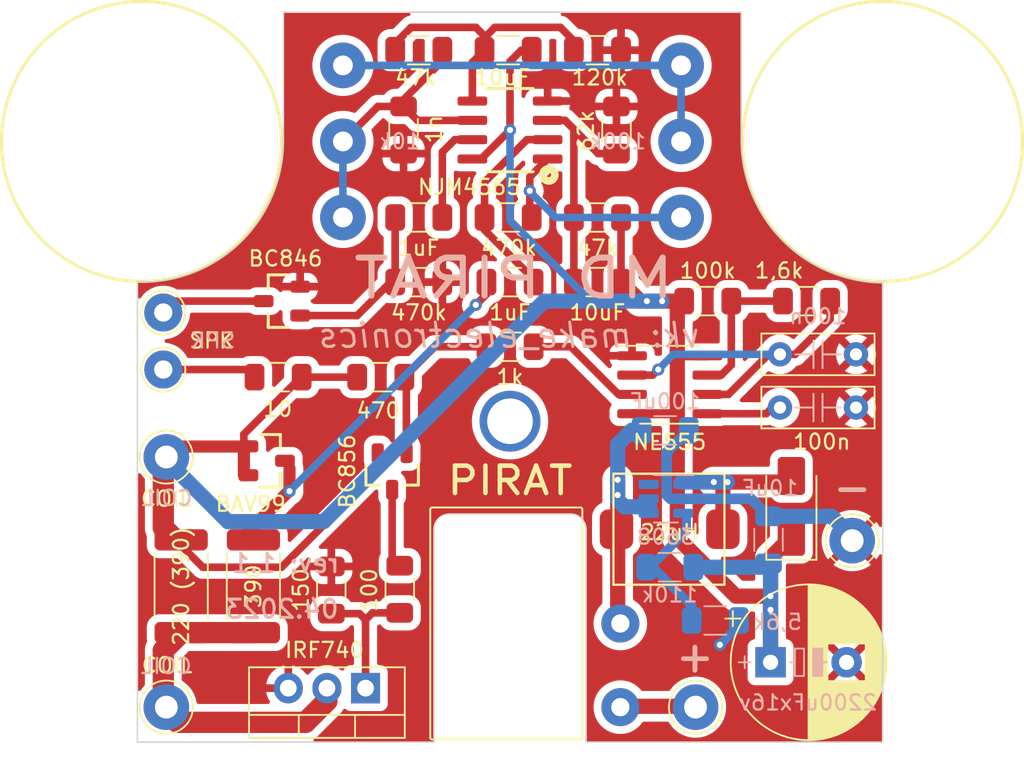
<source format=kicad_pcb>
(kicad_pcb (version 20221018) (generator pcbnew)
  (layers (0 "F.Cu" signal) (31 "B.Cu" signal) (34 "B.Paste" user) (35 "F.Paste" user) (36 "B.SilkS" user "B.Silkscreen") (37 "F.SilkS" user "F.Silkscreen") (38 "B.Mask" user) (39 "F.Mask" user) (44 "Edge.Cuts" user))
  (net 0 "")
  (net 1 "GND")
  (net 2 "+12V")
  (net 3 "Net-(U1-THR)")
  (net 4 "Net-(U1-CV)")
  (net 5 "Net-(U3A--)")
  (net 6 "Net-(D2-C)")
  (net 7 "Net-(U3A-+)")
  (net 8 "Net-(U3B--)")
  (net 9 "Net-(U3B-+)")
  (net 10 "Net-(Q3-B)")
  (net 11 "Net-(SW1-B)")
  (net 12 "Net-(D1-A)")
  (net 13 "Net-(J2-Pin_1)")
  (net 14 "Net-(C7-Pad2)")
  (net 15 "Net-(J4-Pin_1)")
  (net 16 "Net-(J5-Pin_1)")
  (net 17 "Net-(J6-Pin_1)")
  (net 19 "Net-(Q1-B)")
  (net 20 "Net-(Q1-C)")
  (net 21 "Net-(Q2-G)")
  (net 22 "Net-(R11-Pad2)")
  (net 23 "Net-(R12-Pad2)")
  (net 24 "Net-(U1-Q)")
  (net 25 "Net-(U1-DIS)")
  (net 26 "Net-(U2-FB)")
  (footprint "1_lib:R_1206" (layer "F.Cu") (at 130.75 113.5 180)
    (fp_text reference "R9" hide)
    (fp_text value "47k" (at 0 -2) (layer "F.SilkS"))
    (pad "1" smd roundrect (at -1.55 0 180) (size 1.3 1.75) (layers "F.Cu" "F.Paste" "F.Mask") (net 2 "+12V"))
    (pad "2" smd roundrect (at 1.55 0 180) (size 1.3 1.75) (layers "F.Cu" "F.Paste" "F.Mask") (net 7 "Net-(U3A-+)"))
  )
  (footprint "Capacitor_THT_AKL_Double:CP_Radial_D10.0mm_P5.00mm" (layer "F.Cu") (at 142.132323 142.75)
    (fp_text reference "C8" hide)
    (fp_text value "2200uFx16v" (at 2.467677 2.65) (layer "B.SilkS") (effects (justify mirror)))
    (pad "1" thru_hole rect (at 0 0) (size 2 2) (drill 1) (layers "*.Cu" "*.Mask") (net 2 "+12V"))
    (pad "2" thru_hole circle (at 5 0) (size 2 2) (drill 1) (layers "*.Cu" "*.Mask") (net 1 "GND"))
  )
  (footprint "Diode_SMD:D_SMA" (layer "F.Cu") (at 143.5 132.5 90)
    (fp_text reference "D1" hide)
    (fp_text value "SS34")
    (pad "1" smd roundrect (at -2 0 90) (size 2.5 1.8) (layers "F.Cu" "F.Paste" "F.Mask") (roundrect_rratio 0.1388888889) (net 2 "+12V"))
    (pad "2" smd roundrect (at 2 0 90) (size 2.5 1.8) (layers "F.Cu" "F.Paste" "F.Mask") (roundrect_rratio 0.1388888889) (net 12 "Net-(D1-A)"))
  )
  (footprint "Capacitor_THT_AKL_Double:C_Rect_L7.2mm_W2.5mm_P5.00mm_FKS2_FKP2_MKS2_MKP2" (layer "F.Cu") (at 147.75 122.5 180)
    (fp_text reference "C1" hide)
    (fp_text value "100n" (at 2.5 2.5 180) (layer "B.SilkS") (effects (justify mirror)))
    (pad "1" thru_hole circle (at 0 0 180) (size 1.6 1.6) (drill 0.8) (layers "*.Cu" "*.Mask") (net 1 "GND"))
    (pad "2" thru_hole circle (at 5 0 180) (size 1.6 1.6) (drill 0.8) (layers "*.Cu" "*.Mask") (net 3 "Net-(U1-THR)"))
  )
  (footprint "1_lib:R_1206" (layer "F.Cu") (at 138 119)
    (fp_text reference "R3" hide)
    (fp_text value "100k" (at 0 -2) (layer "F.SilkS"))
    (pad "1" smd roundrect (at -1.55 0) (size 1.3 1.75) (layers "F.Cu" "F.Paste" "F.Mask") (net 2 "+12V"))
    (pad "2" smd roundrect (at 1.55 0) (size 1.3 1.75) (layers "F.Cu" "F.Paste" "F.Mask") (net 25 "Net-(U1-DIS)"))
  )
  (footprint "1_lib:R_1206" (layer "F.Cu") (at 132 107.75 -90)
    (fp_text reference "R10" hide)
    (fp_text value "62k" (at 0.0508 2.0066 90) (layer "F.SilkS"))
    (pad "1" smd roundrect (at -1.55 0 270) (size 1.3 1.75) (layers "F.Cu" "F.Paste" "F.Mask") (net 1 "GND"))
    (pad "2" smd roundrect (at 1.55 0 270) (size 1.3 1.75) (layers "F.Cu" "F.Paste" "F.Mask") (net 7 "Net-(U3A-+)"))
  )
  (footprint "1_lib:R_1206" (layer "F.Cu") (at 119 117.75 180)
    (fp_text reference "R16" hide)
    (fp_text value "470k" (at 0 -2) (layer "F.SilkS"))
    (pad "1" smd roundrect (at -1.55 0 180) (size 1.3 1.75) (layers "F.Cu" "F.Paste" "F.Mask") (net 1 "GND"))
    (pad "2" smd roundrect (at 1.55 0 180) (size 1.3 1.75) (layers "F.Cu" "F.Paste" "F.Mask") (net 10 "Net-(Q3-B)"))
  )
  (footprint "TestPoint:TestPoint_THTPad_D3.0mm_Drill1.5mm" (layer "F.Cu") (at 102.4 145.7)
    (fp_text reference "J4" hide)
    (fp_text value "COIL" (at 0.05 -2.75) (layer "F.SilkS"))
    (fp_text user "${VALUE}" (at 0.05 -13.75 180) (layer "B.SilkS") (effects (justify mirror)))
    (pad "1" thru_hole circle (at 0 0) (size 3 3) (drill 1.5) (layers "*.Cu" "*.Mask") (net 15 "Net-(J4-Pin_1)"))
  )
  (footprint "1_lib:R_2512" (layer "F.Cu") (at 103.375 137.75 -90)
    (fp_text reference "R7" hide)
    (fp_text value "220 (390)" (at 0 0 90) (layer "F.SilkS"))
    (pad "1" smd roundrect (at -3.05 0 270) (size 1.4 3.5) (layers "F.Cu" "F.Paste" "F.Mask") (net 2 "+12V"))
    (pad "2" smd roundrect (at 3.05 0 270) (size 1.4 3.5) (layers "F.Cu" "F.Paste" "F.Mask") (net 15 "Net-(J4-Pin_1)"))
  )
  (footprint "1_lib:SOT-23" (layer "F.Cu") (at 110 119 180)
    (fp_text reference "Q3" hide)
    (fp_text value "BC846" (at -0.236 2.795 180) (layer "F.SilkS"))
    (pad "1" smd roundrect (at -1.2 -0.95 180) (size 1.3 0.8) (layers "F.Cu" "F.Paste" "F.Mask") (net 10 "Net-(Q3-B)"))
    (pad "2" smd roundrect (at -1.2 0.95 180) (size 1.3 0.8) (layers "F.Cu" "F.Paste" "F.Mask") (net 1 "GND"))
    (pad "3" smd roundrect (at 1.2 0 180) (size 1.3 0.8) (layers "F.Cu" "F.Paste" "F.Mask") (net 17 "Net-(J6-Pin_1)"))
  )
  (footprint "1_lib:C_1206" (layer "F.Cu") (at 130.75 117.75)
    (fp_text reference "C4" hide)
    (fp_text value "10uF" (at 0 2) (layer "F.SilkS"))
    (pad "1" smd roundrect (at -1.55 0) (size 1.3 1.75) (layers "F.Cu" "F.Paste" "F.Mask") (net 7 "Net-(U3A-+)"))
    (pad "2" smd roundrect (at 1.55 0) (size 1.3 1.75) (layers "F.Cu" "F.Paste" "F.Mask") (net 2 "+12V"))
  )
  (footprint "1_lib:R_1206" (layer "F.Cu") (at 113.25 138 90)
    (fp_text reference "R6" hide)
    (fp_text value "150" (at 0 -2 90) (layer "F.SilkS"))
    (pad "1" smd roundrect (at -1.55 0 90) (size 1.3 1.75) (layers "F.Cu" "F.Paste" "F.Mask") (net 21 "Net-(Q2-G)"))
    (pad "2" smd roundrect (at 1.55 0 90) (size 1.3 1.75) (layers "F.Cu" "F.Paste" "F.Mask") (net 1 "GND"))
  )
  (footprint "1_lib:R_1206" (layer "F.Cu") (at 117.75 137.95 -90)
    (fp_text reference "R5" hide)
    (fp_text value "100" (at 0.0508 2.0066 90) (layer "F.SilkS"))
    (pad "1" smd roundrect (at -1.55 0 270) (size 1.3 1.75) (layers "F.Cu" "F.Paste" "F.Mask") (net 20 "Net-(Q1-C)"))
    (pad "2" smd roundrect (at 1.55 0 270) (size 1.3 1.75) (layers "F.Cu" "F.Paste" "F.Mask") (net 21 "Net-(Q2-G)"))
  )
  (footprint "1_lib:R_1206" (layer "F.Cu") (at 116.5 124 180)
    (fp_text reference "R4" hide)
    (fp_text value "470" (at 0.168 -2.2) (layer "F.SilkS"))
    (pad "1" smd roundrect (at -1.55 0 180) (size 1.3 1.75) (layers "F.Cu" "F.Paste" "F.Mask") (net 19 "Net-(Q1-B)"))
    (pad "2" smd roundrect (at 1.55 0 180) (size 1.3 1.75) (layers "F.Cu" "F.Paste" "F.Mask") (net 2 "+12V"))
  )
  (footprint "1_lib:Inductor_SMD_CD74R" (layer "F.Cu") (at 133.1 134)
    (fp_text reference "L1" hide)
    (fp_text value "22uH" (at 2.4 0.2) (layer "F.SilkS"))
    (pad "1" smd roundrect (at -1.1 0) (size 2.2 2.6) (layers "F.Cu" "F.Paste" "F.Mask") (net 11 "Net-(SW1-B)"))
    (pad "2" smd roundrect (at 5.9 0) (size 2.2 2.6) (layers "F.Cu" "F.Paste" "F.Mask") (net 12 "Net-(D1-A)"))
  )
  (footprint "1_lib:MountingHole_3mm" (layer "F.Cu") (at 125 126.9)
    (fp_text reference "H1" hide)
    (fp_text value "MountingHole_Pad")
    (pad "1" thru_hole circle (at 0 0) (size 4 4) (drill 3) (layers "*.Cu" "*.Mask"))
  )
  (footprint "1_lib:Potentiometer_16mm_Hole" (layer "F.Cu") (at 113.2625 103.5 180)
    (fp_text reference "R13" hide)
    (fp_text value "10k" (at -4.4875 -5 180) (layer "B.SilkS") (effects (justify mirror)))
    (pad "1" thru_hole circle (at -0.75 0 180) (size 3 3) (drill 1.3) (layers "*.Cu" "*.Mask") (net 23 "Net-(R12-Pad2)"))
    (pad "2" thru_hole circle (at -0.75 -5 180) (size 3 3) (drill 1.3) (layers "*.Cu" "*.Mask") (net 8 "Net-(U3B--)"))
    (pad "3" thru_hole circle (at -0.75 -10 180) (size 3 3) (drill 1.3) (layers "*.Cu" "*.Mask") (net 8 "Net-(U3B--)"))
  )
  (footprint "1_lib:C_1206" (layer "F.Cu") (at 125 117.75 180)
    (fp_text reference "C3" hide)
    (fp_text value "1uF" (at 0 -2) (layer "F.SilkS"))
    (pad "1" smd roundrect (at -1.55 0 180) (size 1.3 1.75) (layers "F.Cu" "F.Paste" "F.Mask") (net 5 "Net-(U3A--)"))
    (pad "2" smd roundrect (at 1.55 0 180) (size 1.3 1.75) (layers "F.Cu" "F.Paste" "F.Mask") (net 6 "Net-(D2-C)"))
  )
  (footprint "TestPoint:TestPoint_THTPad_D2.5mm_Drill1.2mm" (layer "F.Cu") (at 102.2 119.75 90)
    (fp_text reference "J6" hide)
    (fp_text value "SPK" (at -1.85 3.2 180) (layer "F.SilkS"))
    (fp_text user "${VALUE}" (at -1.85 3.25) (layer "B.SilkS") (effects (justify mirror)))
    (pad "1" thru_hole circle (at 0 0 90) (size 2.5 2.5) (drill 1.2) (layers "*.Cu" "*.Mask") (net 17 "Net-(J6-Pin_1)"))
  )
  (footprint "Capacitor_THT_AKL_Double:C_Rect_L7.2mm_W2.5mm_P5.00mm_FKS2_FKP2_MKS2_MKP2" (layer "F.Cu") (at 142.75 126)
    (fp_text reference "C2" hide)
    (fp_text value "100n" (at 2.75 2.25) (layer "F.SilkS"))
    (pad "1" thru_hole circle (at 0 0) (size 1.6 1.6) (drill 0.8) (layers "*.Cu" "*.Mask") (net 4 "Net-(U1-CV)"))
    (pad "2" thru_hole circle (at 5 0) (size 1.6 1.6) (drill 0.8) (layers "*.Cu" "*.Mask") (net 1 "GND"))
  )
  (footprint "1_lib:R_1206" (layer "F.Cu") (at 144.5 119 180)
    (fp_text reference "R2" hide)
    (fp_text value "1,6k" (at 1.8 2.0066) (layer "F.SilkS"))
    (pad "1" smd roundrect (at -1.55 0 180) (size 1.3 1.75) (layers "F.Cu" "F.Paste" "F.Mask") (net 3 "Net-(U1-THR)"))
    (pad "2" smd roundrect (at 1.55 0 180) (size 1.3 1.75) (layers "F.Cu" "F.Paste" "F.Mask") (net 25 "Net-(U1-DIS)"))
  )
  (footprint "1_lib:R_1206" (layer "F.Cu") (at 124.875 113.5)
    (fp_text reference "R11" hide)
    (fp_text value "470k" (at 0.0508 2.0066) (layer "F.SilkS"))
    (pad "1" smd roundrect (at -1.55 0) (size 1.3 1.75) (layers "F.Cu" "F.Paste" "F.Mask") (net 5 "Net-(U3A--)"))
    (pad "2" smd roundrect (at 1.55 0) (size 1.3 1.75) (layers "F.Cu" "F.Paste" "F.Mask") (net 22 "Net-(R11-Pad2)"))
  )
  (footprint "Package_TO_SOT_THT_AKL:TO-220-3_Vertical_GDS" (layer "F.Cu") (at 115.5 144.45 180)
    (fp_text reference "Q2" hide)
    (fp_text value "IRF740" (at 2.7 2.5) (layer "F.SilkS"))
    (pad "1" thru_hole rect (at 0 0 180) (size 1.905 2) (drill 1.1) (layers "*.Cu" "*.Mask") (net 21 "Net-(Q2-G)"))
    (pad "2" thru_hole oval (at 2.54 0 180) (size 1.905 2) (drill 1.1) (layers "*.Cu" "*.Mask") (net 15 "Net-(J4-Pin_1)"))
    (pad "3" thru_hole oval (at 5.08 0 180) (size 1.905 2) (drill 1.1) (layers "*.Cu" "*.Mask") (net 1 "GND"))
  )
  (footprint "1_lib:Switch_SPDT_Hole" (layer "F.Cu") (at 124.7545 140.2)
    (fp_text reference "SW1" hide)
    (fp_text value "POWER ON" hide)
    (pad "1" thru_hole circle (at 7.5 5.5) (size 2.5 2.5) (drill 1.2) (layers "*.Cu" "*.Mask") (net 13 "Net-(J2-Pin_1)"))
    (pad "2" thru_hole circle (at 7.5 0) (size 2.5 2.5) (drill 1.2) (layers "*.Cu" "*.Mask") (net 11 "Net-(SW1-B)"))
  )
  (footprint "TestPoint:TestPoint_THTPad_D3.0mm_Drill1.5mm" (layer "F.Cu") (at 137.2 145.7)
    (fp_text reference "J2" hide)
    (fp_text value "+" (at -0.04 -3.333) (layer "F.SilkS") (effects (font (size 2 2) (thickness 0.3))))
    (fp_text user "${VALUE}" (at -0.04 -3.333 180) (layer "B.SilkS") (effects (font (size 2 2) (thickness 0.3)) (justify mirror)))
    (pad "1" thru_hole circle (at 0 0) (size 3 3) (drill 1.5) (layers "*.Cu" "*.Mask") (net 13 "Net-(J2-Pin_1)"))
  )
  (footprint "1_lib:Potentiometer_16mm_Hole" (layer "F.Cu") (at 137 113.5)
    (fp_text reference "R12" hide)
    (fp_text value "100k" (at -4.9 -5 180) (layer "B.SilkS") (effects (justify mirror)))
    (pad "1" thru_hole circle (at -0.75 0) (size 3 3) (drill 1.3) (layers "*.Cu" "*.Mask") (net 22 "Net-(R11-Pad2)"))
    (pad "2" thru_hole circle (at -0.75 -5) (size 3 3) (drill 1.3) (layers "*.Cu" "*.Mask") (net 23 "Net-(R12-Pad2)"))
    (pad "3" thru_hole circle (at -0.75 -10) (size 3 3) (drill 1.3) (layers "*.Cu" "*.Mask") (net 23 "Net-(R12-Pad2)"))
  )
  (footprint "1_lib:SOT-23" (layer "F.Cu") (at 109 129.5)
    (fp_text reference "D2" hide)
    (fp_text value "BAV99" (at -1.05 2.834 180) (layer "F.SilkS"))
    (pad "1" smd roundrect (at -1.2 -0.95) (size 1.3 0.8) (layers "F.Cu" "F.Paste" "F.Mask") (net 2 "+12V"))
    (pad "2" smd roundrect (at -1.2 0.95) (size 1.3 0.8) (layers "F.Cu" "F.Paste" "F.Mask") (net 2 "+12V"))
    (pad "3" smd roundrect (at 1.2 0) (size 1.3 0.8) (layers "F.Cu" "F.Paste" "F.Mask") (net 6 "Net-(D2-C)"))
  )
  (footprint "TestPoint:TestPoint_THTPad_D2.5mm_Drill1.2mm" (layer "F.Cu") (at 102.2 123.5 90)
    (fp_text reference "J5" hide)
    (fp_text value "SPK" hide)
    (pad "1" thru_hole circle (at 0 0 90) (size 2.5 2.5) (drill 1.2) (layers "*.Cu" "*.Mask") (net 16 "Net-(J5-Pin_1)"))
  )
  (footprint "1_lib:C_1206" (layer "F.Cu") (at 119 113.5)
    (fp_text reference "C7" hide)
    (fp_text value "1uF" (at 0 2) (layer "F.SilkS"))
    (pad "1" smd roundrect (at -1.55 0) (size 1.3 1.75) (layers "F.Cu" "F.Paste" "F.Mask") (net 10 "Net-(Q3-B)"))
    (pad "2" smd roundrect (at 1.55 0) (size 1.3 1.75) (layers "F.Cu" "F.Paste" "F.Mask") (net 14 "Net-(C7-Pad2)"))
  )
  (footprint "1_lib:R_1206" (layer "F.Cu") (at 125 122 180)
    (fp_text reference "R1" hide)
    (fp_text value "1k" (at 0 -2) (layer "F.SilkS"))
    (pad "1" smd roundrect (at -1.55 0 180) (size 1.3 1.75) (layers "F.Cu" "F.Paste" "F.Mask") (net 24 "Net-(U1-Q)"))
    (pad "2" smd roundrect (at 1.55 0 180) (size 1.3 1.75) (layers "F.Cu" "F.Paste" "F.Mask") (net 19 "Net-(Q1-B)"))
  )
  (footprint "1_lib:R_2512" (layer "F.Cu") (at 108.125 137.75 90)
    (fp_text reference "R8" hide)
    (fp_text value "390" (at 0 0 90) (layer "F.SilkS"))
    (pad "1" smd roundrect (at -3.05 0 90) (size 1.4 3.5) (layers "F.Cu" "F.Paste" "F.Mask") (net 15 "Net-(J4-Pin_1)"))
    (pad "2" smd roundrect (at 3.05 0 90) (size 1.4 3.5) (layers "F.Cu" "F.Paste" "F.Mask") (net 6 "Net-(D2-C)"))
  )
  (footprint "1_lib:R_1206" (layer "F.Cu") (at 109.75 124)
    (fp_text reference "R17" hide)
    (fp_text value "10" (at -0.022 2.1) (layer "F.SilkS"))
    (pad "1" smd roundrect (at -1.55 0) (size 1.3 1.75) (layers "F.Cu" "F.Paste" "F.Mask") (net 16 "Net-(J5-Pin_1)"))
    (pad "2" smd roundrect (at 1.55 0) (size 1.3 1.75) (layers "F.Cu" "F.Paste" "F.Mask") (net 2 "+12V"))
  )
  (footprint "1_lib:C_1206" (layer "F.Cu") (at 124.875 102.5)
    (fp_text reference "C6" hide)
    (fp_text value "10uF" (at -0.375 1.8) (layer "F.SilkS"))
    (pad "1" smd roundrect (at -1.55 0) (size 1.3 1.75) (layers "F.Cu" "F.Paste" "F.Mask") (net 9 "Net-(U3B-+)"))
    (pad "2" smd roundrect (at 1.55 0) (size 1.3 1.75) (layers "F.Cu" "F.Paste" "F.Mask") (net 2 "+12V"))
  )
  (footprint "1_lib:R_1206" (layer "F.Cu") (at 119 102.5 180)
    (fp_text reference "R14" hide)
    (fp_text value "47k" (at 0.2 -1.8) (layer "F.SilkS"))
    (pad "1" smd roundrect (at -1.55 0 180) (size 1.3 1.75) (layers "F.Cu" "F.Paste" "F.Mask") (net 8 "Net-(U3B--)"))
    (pad "2" smd roundrect (at 1.55 0 180) (size 1.3 1.75) (layers "F.Cu" "F.Paste" "F.Mask") (net 9 "Net-(U3B-+)"))
  )
  (footprint "TestPoint:TestPoint_THTPad_D3.0mm_Drill1.5mm" (layer "F.Cu") (at 147.5 134.75)
    (fp_text reference "J1" hide)
    (fp_text value "-" (at 0 -3.5) (layer "F.SilkS") (effects (font (size 2 2) (thickness 0.3))))
    (fp_text user "${VALUE}" (at 0.015296 -3.491647 180) (layer "B.SilkS") (effects (font (size 2 2) (thickness 0.3)) (justify mirror)))
    (pad "1" thru_hole circle (at 0 0) (size 3 3) (drill 1.5) (layers "*.Cu" "*.Mask") (net 1 "GND"))
  )
  (footprint "Package_SO:SOIC-8_3.9x4.9mm_P1.27mm" (layer "F.Cu") (at 135.5 124.5)
    (fp_text reference "U1" hide)
    (fp_text value "NE555" (at 0 3.77) (layer "F.SilkS"))
    (pad "1" smd roundrect (at -2.475 -1.905) (size 1.95 0.6) (layers "F.Cu" "F.Paste" "F.Mask") (net 1 "GND"))
    (pad "2" smd roundrect (at -2.475 -0.635) (size 1.95 0.6) (layers "F.Cu" "F.Paste" "F.Mask") (net 3 "Net-(U1-THR)"))
    (pad "3" smd roundrect (at -2.475 0.635) (size 1.95 0.6) (layers "F.Cu" "F.Paste" "F.Mask") (net 24 "Net-(U1-Q)"))
    (pad "4" smd roundrect (at -2.475 1.905) (size 1.95 0.6) (layers "F.Cu" "F.Paste" "F.Mask") (net 2 "+12V"))
    (pad "5" smd roundrect (at 2.475 1.905) (size 1.95 0.6) (layers "F.Cu" "F.Paste" "F.Mask") (net 4 "Net-(U1-CV)"))
    (pad "6" smd roundrect (at 2.475 0.635) (size 1.95 0.6) (layers "F.Cu" "F.Paste" "F.Mask") (net 3 "Net-(U1-THR)"))
    (pad "7" smd roundrect (at 2.475 -0.635) (size 1.95 0.6) (layers "F.Cu" "F.Paste" "F.Mask") (net 25 "Net-(U1-DIS)"))
    (pad "8" smd roundrect (at 2.475 -1.905) (size 1.95 0.6) (layers "F.Cu" "F.Paste" "F.Mask") (net 2 "+12V"))
  )
  (footprint "1_lib:SOT-23" (layer "F.Cu") (at 117.25 130.2 -90)
    (fp_text reference "Q1" hide)
    (fp_text value "BC856" (at 0 2.95 90) (layer "F.SilkS"))
    (pad "1" smd roundrect (at -1.2 -0.95 270) (size 1.3 0.8) (layers "F.Cu" "F.Paste" "F.Mask") (net 19 "Net-(Q1-B)"))
    (pad "2" smd roundrect (at -1.2 0.95 270) (size 1.3 0.8) (layers "F.Cu" "F.Paste" "F.Mask") (net 2 "+12V"))
    (pad "3" smd roundrect (at 1.2 0 270) (size 1.3 0.8) (layers "F.Cu" "F.Paste" "F.Mask") (net 20 "Net-(Q1-C)"))
  )
  (footprint "1_lib:R_1206" (layer "F.Cu") (at 130.75 102.5 180)
    (fp_text reference "R15" hide)
    (fp_text value "120k" (at -0.15 -1.8) (layer "F.SilkS"))
    (pad "1" smd roundrect (at -1.55 0 180) (size 1.3 1.75) (layers "F.Cu" "F.Paste" "F.Mask") (net 1 "GND"))
    (pad "2" smd roundrect (at 1.55 0 180) (size 1.3 1.75) (layers "F.Cu" "F.Paste" "F.Mask") (net 9 "Net-(U3B-+)"))
  )
  (footprint "1_lib:C_1206" (layer "F.Cu") (at 118 107.75 90)
    (fp_text reference "C5" hide)
    (fp_text value "1n" (at 0.0508 2.0066 90) (layer "F.SilkS"))
    (pad "1" smd roundrect (at -1.55 0 90) (size 1.3 1.75) (layers "F.Cu" "F.Paste" "F.Mask") (net 1 "GND"))
    (pad "2" smd roundrect (at 1.55 0 90) (size 1.3 1.75) (layers "F.Cu" "F.Paste" "F.Mask") (net 8 "Net-(U3B--)"))
  )
  (footprint "1_lib:SOIC-8" (layer "F.Cu") (at 125 107.75 180)
    (fp_text reference "U3" hide)
    (fp_text value "NJM4565" (at 2.6736 -3.75) (layer "F.SilkS"))
    (pad "1" smd roundrect (at -2.475 -1.905 180) (size 1.95 0.6) (layers "F.Cu" "F.Paste" "F.Mask") (net 22 "Net-(R11-Pad2)"))
    (pad "2" smd roundrect (at -2.475 -0.635 180) (size 1.95 0.6) (layers "F.Cu" "F.Paste" "F.Mask") (net 5 "Net-(U3A--)"))
    (pad "3" smd roundrect (at -2.475 0.635 180) (size 1.95 0.6) (layers "F.Cu" "F.Paste" "F.Mask") (net 7 "Net-(U3A-+)"))
    (pad "4" smd roundrect (at -2.475 1.905 180) (size 1.95 0.6) (layers "F.Cu" "F.Paste" "F.Mask") (net 1 "GND"))
    (pad "5" smd roundrect (at 2.475 1.905 180) (size 1.95 0.6) (layers "F.Cu" "F.Paste" "F.Mask") (net 9 "Net-(U3B-+)"))
    (pad "6" smd roundrect (at 2.475 0.635 180) (size 1.95 0.6) (layers "F.Cu" "F.Paste" "F.Mask") (net 8 "Net-(U3B--)"))
    (pad "7" smd roundrect (at 2.475 -0.635 180) (size 1.95 0.6) (layers "F.Cu" "F.Paste" "F.Mask") (net 14 "Net-(C7-Pad2)"))
    (pad "8" smd roundrect (at 2.475 -1.905 180) (size 1.95 0.6) (layers "F.Cu" "F.Paste" "F.Mask") (net 2 "+12V"))
  )
  (footprint "TestPoint:TestPoint_THTPad_D3.0mm_Drill1.5mm" (layer "F.Cu") (at 102.4 129.25)
    (fp_text reference "J3" hide)
    (fp_text value "COIL" (at 0 2.75) (layer "F.SilkS"))
    (fp_text user "${VALUE}" (at 0 13.75 180) (layer "B.SilkS") (effects (justify mirror)))
    (pad "1" thru_hole circle (at 0 0) (size 3 3) (drill 1.5) (layers "*.Cu" "*.Mask") (net 2 "+12V"))
  )
  (footprint "1_lib:R_1206" (layer "B.Cu") (at 138.5 140)
    (fp_text reference "R19" hide)
    (fp_text value "5,6k" (at 4.1 0.1) (layer "B.SilkS") (effects (justify mirror)))
    (pad "1" smd roundrect (at -1.55 0) (size 1.3 1.75) (layers "B.Cu" "B.Paste" "B.Mask") (net 26 "Net-(U2-FB)"))
    (pad "2" smd roundrect (at 1.55 0) (size 1.3 1.75) (layers "B.Cu" "B.Paste" "B.Mask") (net 1 "GND"))
  )
  (footprint "Package_TO_SOT_SMD:SOT-23-6" (layer "B.Cu") (at 135.25 132 180)
    (fp_text reference "U2" hide)
    (fp_text value "3608" (at 0 -2.493) (layer "B.SilkS") (effects (justify mirror)))
    (pad "1" smd roundrect (at -1.1375 0.95 180) (size 1.325 0.6) (layers "B.Cu" "B.Paste" "B.Mask") (net 12 "Net-(D1-A)"))
    (pad "2" smd roundrect (at -1.1375 0 180) (size 1.325 0.6) (layers "B.Cu" "B.Paste" "B.Mask") (net 1 "GND"))
    (pad "3" smd roundrect (at -1.1375 -0.95 180) (size 1.325 0.6) (layers "B.Cu" "B.Paste" "B.Mask") (net 26 "Net-(U2-FB)"))
    (pad "4" smd roundrect (at 1.1375 -0.95 180) (size 1.325 0.6) (layers "B.Cu" "B.Paste" "B.Mask") (net 11 "Net-(SW1-B)"))
    (pad "5" smd roundrect (at 1.1375 0 180) (size 1.325 0.6) (layers "B.Cu" "B.Paste" "B.Mask") (net 11 "Net-(SW1-B)"))
    (pad "6" smd roundrect (at 1.1375 0.95 180) (size 1.325 0.6) (layers "B.Cu" "B.Paste" "B.Mask"))
  )
  (footprint "1_lib:C_1206" (layer "B.Cu") (at 135.2 127.5)
    (fp_text reference "C9" hide)
    (fp_text value "100uF" (at 0 -1.9 180) (layer "B.SilkS") (effects (justify mirror)))
    (pad "1" smd roundrect (at -1.55 0) (size 1.3 1.75) (layers "B.Cu" "B.Paste" "B.Mask") (net 11 "Net-(SW1-B)"))
    (pad "2" smd roundrect (at 1.55 0) (size 1.3 1.75) (layers "B.Cu" "B.Paste" "B.Mask") (net 1 "GND"))
  )
  (footprint "1_lib:C_1206" (layer "B.Cu") (at 142 134.7 -90)
    (fp_text reference "C10" hide)
    (fp_text value "10uF" (at -3.4 -0.1 180) (layer "B.SilkS") (effects (justify mirror)))
    (pad "1" smd roundrect (at -1.55 0 270) (size 1.3 1.75) (layers "B.Cu" "B.Paste" "B.Mask") (net 1 "GND"))
    (pad "2" smd roundrect (at 1.55 0 270) (size 1.3 1.75) (layers "B.Cu" "B.Paste" "B.Mask") (net 2 "+12V"))
  )
  (footprint "1_lib:R_1206" (layer "B.Cu") (at 135.5 136.5 180)
    (fp_text reference "R18" hide)
    (fp_text value "110k" (at 0 -1.8) (layer "B.SilkS") (effects (justify mirror)))
    (pad "1" smd roundrect (at -1.55 0 180) (size 1.3 1.75) (layers "B.Cu" "B.Paste" "B.Mask") (net 2 "+12V"))
    (pad "2" smd roundrect (at 1.55 0 180) (size 1.3 1.75) (layers "B.Cu" "B.Paste" "B.Mask") (net 26 "Net-(U2-FB)"))
  )
  (gr_line (start 100.5 148) (end 100.5 117.75) (stroke (width 0.1)) (layer "Edge.Cuts"))
  (gr_line (start 120 148) (end 100.5 148) (stroke (width 0.1)) (layer "Edge.Cuts"))
  (gr_arc (start 110.1 108.4) (mid 107.290986 115.119221) (end 100.5 117.75) (stroke (width 0.1)) (layer "Edge.Cuts"))
  (gr_line (start 110.1 100) (end 140.2 100) (stroke (width 0.1)) (layer "Edge.Cuts"))
  (gr_line (start 149.5 148) (end 130 148) (stroke (width 0.1)) (layer "Edge.Cuts"))
  (gr_line (start 149.5 117.8) (end 149.5 148) (stroke (width 0.1)) (layer "Edge.Cuts"))
  (gr_line (start 110.1 108.4) (end 110.1 100) (stroke (width 0.1)) (layer "Edge.Cuts"))
  (gr_line (start 121 133) (end 129 133) (stroke (width 0.1)) (layer "Edge.Cuts"))
  (gr_line (start 130 134) (end 130 148) (stroke (width 0.1)) (layer "Edge.Cuts"))
  (gr_line (start 120 148) (end 120 134) (stroke (width 0.1)) (layer "Edge.Cuts"))
  (gr_arc (start 129 133) (mid 129.702521 133.297479) (end 130 134) (stroke (width 0.1)) (layer "Edge.Cuts"))
  (gr_line (start 140.2 108.4) (end 140.2 100) (stroke (width 0.1)) (layer "Edge.Cuts"))
  (gr_arc (start 149.5 117.8) (mid 142.918807 115.010648) (end 140.2 108.4) (stroke (width 0.1)) (layer "Edge.Cuts"))
  (gr_arc (start 120 134) (mid 120.297479 133.297479) (end 121 133) (stroke (width 0.1)) (layer "Edge.Cuts"))
  (gr_text "vk: make_electronics" (at 125 121.25) (layer "B.SilkS") (effects (font (size 1.6 1.6) (thickness 0.2) italic) (justify mirror)))
  (gr_text "04.2023" (at 110 139.25) (layer "B.SilkS") (effects (font (size 1.2 1.2) (thickness 0.2)) (justify mirror)))
  (gr_text "MD PIRAT" (at 125.25 117.5) (layer "B.SilkS") (effects (font (size 2.5 3) (thickness 0.4)) (justify mirror)))
  (gr_text "rev: 1.1" (at 110.25 136.25) (layer "B.SilkS") (effects (font (size 1.2 1.2) (thickness 0.2)) (justify mirror)))
  (gr_text "PIRAT" (at 125 130.8) (layer "F.SilkS") (effects (font (size 1.8 2) (thickness 0.3))))
  (via (at 138.8 141.6) (size 0.8) (drill 0.4) (layers "F.Cu" "B.Cu") (net 1))
  (segment (start 136.6 132) (end 140.85 132) (width 0.7) (layer "B.Cu") (net 1))
  (segment (start 140.85 132) (end 142 133.15) (width 0.7) (layer "B.Cu") (net 1))
  (segment (start 146.15 133.15) (end 147.75 134.75) (width 1) (layer "B.Cu") (net 1))
  (segment (start 135.30159 131.75659) (end 135.30159 128.94841) (width 0.7) (layer "B.Cu") (net 1))
  (segment (start 135.545 132) (end 135.30159 131.75659) (width 0.7) (layer "B.Cu") (net 1))
  (segment (start 136.6 132) (end 135.545 132) (width 0.7) (layer "B.Cu") (net 1))
  (segment (start 142 133.15) (end 146.15 133.15) (width 1) (layer "B.Cu") (net 1))
  (segment (start 138.8 141.6) (end 140.05 140.35) (width 0.6) (layer "B.Cu") (net 1))
  (segment (start 135.30159 128.94841) (end 136.75 127.5) (width 0.7) (layer "B.Cu") (net 1))
  (segment (start 140.05 140.35) (end 140.05 140) (width 0.6) (layer "B.Cu") (net 1))
  (segment (start 136.45 119) (end 136 119.45) (width 1) (layer "F.Cu") (net 2))
  (segment (start 142.125 142.742677) (end 142.132323 142.75) (width 1) (layer "F.Cu") (net 2))
  (segment (start 116.3 130.175) (end 109.975 136.5) (width 0.5) (layer "F.Cu") (net 2))
  (segment (start 125 104.5) (end 125 107.75) (width 0.5) (layer "F.Cu") (net 2))
  (segment (start 111.25 124) (end 107.5 127.75) (width 0.5) (layer "F.Cu") (net 2))
  (segment (start 136 119.45) (end 136 122.25) (width 1) (layer "F.Cu") (net 2))
  (segment (start 142.125 138.4) (end 142.125 142.742677) (width 1) (layer "F.Cu") (net 2))
  (segment (start 102.2 129.25) (end 102.2 133.9) (width 1.4) (layer "F.Cu") (net 2))
  (segment (start 107.785436 128.564564) (end 107.8 128.55) (width 0.8) (layer "F.Cu") (net 2))
  (segment (start 107.5 127.75) (end 107.5 128.55) (width 0.5) (layer "F.Cu") (net 2))
  (segment (start 125.75 102.5) (end 125 103.25) (width 0.5) (layer "F.Cu") (net 2))
  (segment (start 102.2 129.25) (end 102.885436 128.564564) (width 0.8) (layer "F.Cu") (net 2))
  (segment (start 134 119) (end 135 119) (width 1) (layer "F.Cu") (net 2))
  (segment (start 104.8 136.5) (end 103 134.7) (width 0.5) (layer "F.Cu") (net 2))
  (segment (start 142.132323 135.867677) (end 143.5 134.5) (width 1) (layer "F.Cu") (net 2))
  (segment (start 102.2 133.9) (end 103 134.7) (width 1.4) (layer "F.Cu") (net 2))
  (segment (start 136 126.5) (end 136 134.55) (width 1) (layer "F.Cu") (net 2))
  (segment (start 135 119) (end 136.45 119) (width 1) (layer "F.Cu") (net 2))
  (segment (start 132.3 117.75) (end 133.55 119) (width 1) (layer "F.Cu") (net 2))
  (segment (start 111.3 124) (end 111.25 124) (width 0.5) (layer "F.Cu") (net 2))
  (segment (start 133.025 126.405) (end 135.905 126.405) (width 0.6) (layer "F.Cu") (net 2))
  (segment (start 116.3 128.7) (end 116.3 130.175) (width 0.5) (layer "F.Cu") (net 2))
  (segment (start 136 134.55) (end 139.85 138.4) (width 1) (layer "F.Cu") (net 2))
  (segment (start 111.3 124) (end 114.95 124) (width 0.5) (layer "F.Cu") (net 2))
  (segment (start 102.885436 128.564564) (end 107.785436 128.564564) (width 0.8) (layer "F.Cu") (net 2))
  (segment (start 142.132323 142.75) (end 142.132323 135.867677) (width 1) (layer "F.Cu") (net 2))
  (segment (start 132.3 113.5) (end 132.3 116.9) (width 0.5) (layer "F.Cu") (net 2))
  (segment (start 126.425 102.5) (end 125.75 102.5) (width 0.5) (layer "F.Cu") (net 2))
  (segment (start 109.975 136.5) (end 104.8 136.5) (width 0.5) (layer "F.Cu") (net 2))
  (segment (start 139.85 138.4) (end 142.125 138.4) (width 1) (layer "F.Cu") (net 2))
  (segment (start 135.905 126.405) (end 136 126.5) (width 0.6) (layer "F.Cu") (net 2))
  (segment (start 125 107.75) (end 123.095 109.655) (width 0.5) (layer "F.Cu") (net 2))
  (segment (start 107.5 130.45) (end 107.5 128.55) (width 0.8) (layer "F.Cu") (net 2))
  (segment (start 137.975 122.595) (end 136.345 122.595) (width 0.6) (layer "F.Cu") (net 2))
  (segment (start 125 103.25) (end 125 104.5) (width 0.5) (layer "F.Cu") (net 2))
  (segment (start 123.095 109.655) (end 122.525 109.655) (width 0.5) (layer "F.Cu") (net 2))
  (segment (start 136 122.25) (end 136 126.5) (width 1) (layer "F.Cu") (net 2))
  (segment (start 136.345 122.595) (end 136 122.25) (width 0.6) (layer "F.Cu") (net 2))
  (segment (start 133.55 119) (end 134 119) (width 1) (layer "F.Cu") (net 2))
  (via (at 135 119) (size 0.8) (drill 0.4) (layers "F.Cu" "B.Cu") (net 2))
  (via (at 142.125 138.4) (size 0.8) (drill 0.4) (layers "F.Cu" "B.Cu") (net 2))
  (via (at 125 107.75) (size 0.8) (drill 0.4) (layers "F.Cu" "B.Cu") (net 2))
  (via (at 134 119) (size 0.8) (drill 0.4) (layers "F.Cu" "B.Cu") (net 2))
  (via (at 142.132323 139.3) (size 0.8) (drill 0.4) (layers "F.Cu" "B.Cu") (net 2))
  (segment (start 142.5 142.382323) (end 142.132323 142.75) (width 1) (layer "B.Cu") (net 2))
  (segment (start 142.132323 139.3) (end 142.132323 142.75) (width 1) (layer "B.Cu") (net 2))
  (segment (start 125 107.75) (end 125 107.8) (width 0.5) (layer "B.Cu") (net 2))
  (segment (start 130.3 119) (end 125 113.7) (width 0.5) (layer "B.Cu") (net 2))
  (segment (start 135 119) (end 127.25 119) (width 1) (layer "B.Cu") (net 2))
  (segment (start 127.25 119) (end 112.75 133.5) (width 1) (layer "B.Cu") (net 2))
  (segment (start 112.75 133.5) (end 106.45 133.5) (width 1) (layer "B.Cu") (net 2))
  (segment (start 106.45 133.5) (end 102.2 129.25) (width 1) (layer "B.Cu") (net 2))
  (segment (start 135 119) (end 130.3 119) (width 0.5) (layer "B.Cu") (net 2))
  (segment (start 142.132323 139.3) (end 142.132323 136.5) (width 1) (layer "B.Cu") (net 2))
  (segment (start 125 113.7) (end 125 107.75) (width 0.5) (layer "B.Cu") (net 2))
  (segment (start 142.132323 136.5) (end 137.05 136.5) (width 1) (layer "B.Cu") (net 2))
  (segment (start 139.365 125.135) (end 142 122.5) (width 0.5) (layer "F.Cu") (net 3))
  (segment (start 134.385 123.865) (end 133.578528 123.865) (width 0.5) (layer "F.Cu") (net 3))
  (segment (start 146.05 120.2) (end 146.05 119) (width 0.5) (layer "F.Cu") (net 3))
  (segment (start 137.975 125.135) (end 139.365 125.135) (width 0.5) (layer "F.Cu") (net 3))
  (segment (start 143.75 122.5) (end 146.05 120.2) (width 0.5) (layer "F.Cu") (net 3))
  (segment (start 134.75 123.5) (end 134.385 123.865) (width 0.5) (layer "F.Cu") (net 3))
  (segment (start 142 122.5) (end 143.75 122.5) (width 0.5) (layer "F.Cu") (net 3))
  (via (at 134.75 123.5) (size 0.8) (drill 0.4) (layers "F.Cu" "B.Cu") (net 3))
  (segment (start 134.75 123.5) (end 135.75 122.5) (width 0.5) (layer "B.Cu") (net 3))
  (segment (start 135.75 122.5) (end 142.75 122.5) (width 0.5) (layer "B.Cu") (net 3))
  (segment (start 141.845 126.405) (end 142.25 126) (width 0.5) (layer "F.Cu") (net 4))
  (segment (start 137.975 126.405) (end 141.845 126.405) (width 0.5) (layer "F.Cu") (net 4))
  (segment (start 126.115 108.385) (end 123.325 111.175) (width 0.5) (layer "F.Cu") (net 5))
  (segment (start 126.55 117.55) (end 126.55 117.75) (width 0.5) (layer "F.Cu") (net 5))
  (segment (start 123.325 111.175) (end 123.325 113.5) (width 0.5) (layer "F.Cu") (net 5))
  (segment (start 127.475 108.385) (end 126.115 108.385) (width 0.5) (layer "F.Cu") (net 5))
  (segment (start 123.325 113.5) (end 123.325 114.325) (width 0.5) (layer "F.Cu") (net 5))
  (segment (start 123.325 114.325) (end 126.55 117.55) (width 0.5) (layer "F.Cu") (net 5))
  (segment (start 110.45 131.5) (end 107.75 134.2) (width 0.8) (layer "F.Cu") (net 6))
  (segment (start 123.45 118.55) (end 123.45 117.75) (width 0.5) (layer "F.Cu") (net 6))
  (segment (start 110.5 131.5) (end 110.45 131.5) (width 0.8) (layer "F.Cu") (net 6))
  (segment (start 110.5 131.5) (end 110.5 130) (width 0.8) (layer "F.Cu") (net 6))
  (segment (start 122.75 119.25) (end 123.45 118.55) (width 0.5) (layer "F.Cu") (net 6))
  (via (at 122.75 119.25) (size 0.8) (drill 0.4) (layers "F.Cu" "B.Cu") (net 6))
  (via (at 110.5 131.5) (size 0.8) (drill 0.4) (layers "F.Cu" "B.Cu") (net 6))
  (segment (start 110.5 131.5) (end 122.75 119.25) (width 0.5) (layer "B.Cu") (net 6))
  (segment (start 129.2 113.5) (end 129.2 117.75) (width 0.5) (layer "F.Cu") (net 7))
  (segment (start 128.615 107.115) (end 127.475 107.115) (width 0.5) (layer "F.Cu") (net 7))
  (segment (start 129.2 107.7) (end 128.615 107.115) (width 0.5) (layer "F.Cu") (net 7))
  (segment (start 128.615 107.115) (end 130.8 109.3) (width 0.5) (layer "F.Cu") (net 7))
  (segment (start 130.8 109.3) (end 132 109.3) (width 0.5) (layer "F.Cu") (net 7))
  (segment (start 129.2 113.5) (end 129.2 107.7) (width 0.5) (layer "F.Cu") (net 7))
  (segment (start 122.525 107.115) (end 118.915 107.115) (width 0.5) (layer "F.Cu") (net 8))
  (segment (start 123.078528 107.115) (end 122.525 107.115) (width 0.5) (layer "F.Cu") (net 8))
  (segment (start 118 105.75) (end 118 106.2) (width 0.5) (layer "F.Cu") (net 8))
  (segment (start 116.3125 106.2) (end 118 106.2) (width 0.5) (layer "F.Cu") (net 8))
  (segment (start 118.915 107.115) (end 118 106.2) (width 0.5) (layer "F.Cu") (net 8))
  (segment (start 120.55 103.2) (end 118 105.75) (width 0.5) (layer "F.Cu") (net 8))
  (segment (start 120.55 102.5) (end 120.55 103.2) (width 0.5) (layer "F.Cu") (net 8))
  (segment (start 114.0125 108.5) (end 116.3125 106.2) (width 0.5) (layer "F.Cu") (net 8))
  (segment (start 114.0125 108.5) (end 114.0125 113.5) (width 0.5) (layer "B.Cu") (net 8))
  (segment (start 128.3125 101) (end 129.2 101.8875) (width 0.5) (layer "F.Cu") (net 9))
  (segment (start 129.2 101.8875) (end 129.2 102.5) (width 0.5) (layer "F.Cu") (net 9))
  (segment (start 122.525 103.3) (end 122.525 105.845) (width 0.5) (layer "F.Cu") (net 9))
  (segment (start 123.325 101.675) (end 124 101) (width 0.5) (layer "F.Cu") (net 9))
  (segment (start 123.325 101.575) (end 123.325 102.5) (width 0.5) (layer "F.Cu") (net 9))
  (segment (start 124 101) (end 128.3125 101) (width 0.5) (layer "F.Cu") (net 9))
  (segment (start 123.325 102.5) (end 122.525 103.3) (width 0.5) (layer "F.Cu") (net 9))
  (segment (start 117.7 101.8) (end 118.5 101) (width 0.5) (layer "F.Cu") (net 9))
  (segment (start 122.75 101) (end 123.325 101.575) (width 0.5) (layer "F.Cu") (net 9))
  (segment (start 118.5 101) (end 122.75 101) (width 0.5) (layer "F.Cu") (net 9))
  (segment (start 123.325 102.5) (end 123.325 101.675) (width 0.5) (layer "F.Cu") (net 9))
  (segment (start 117.7 102.5) (end 117.7 101.8) (width 0.5) (layer "F.Cu") (net 9))
  (segment (start 117.45 117.45) (end 117.45 113.5) (width 0.5) (layer "F.Cu") (net 10))
  (segment (start 114.95 119.95) (end 117.45 117.45) (width 0.5) (layer "F.Cu") (net 10))
  (segment (start 111.5 119.95) (end 114.95 119.95) (width 0.5) (layer "F.Cu") (net 10))
  (segment (start 117.45 113.5) (end 117.45 117.75) (width 0.5) (layer "F.Cu") (net 10))
  (segment (start 111.5 119.95) (end 111.55 120) (width 0.5) (layer "F.Cu") (net 10))
  (segment (start 132.08 130.75) (end 132.08 140.44875) (width 1) (layer "F.Cu") (net 11))
  (via (at 132.08 130.75) (size 0.8) (drill 0.4) (layers "F.Cu" "B.Cu") (net 11))
  (via (at 132.08 131.75) (size 0.8) (drill 0.4) (layers "F.Cu" "B.Cu") (net 11))
  (segment (start 132.08 130.75) (end 132.08 128.42) (width 1) (layer "B.Cu") (net 11))
  (segment (start 132.08 132.08) (end 132.525222 132.525222) (width 1) (layer "B.Cu") (net 11))
  (segment (start 132.525222 132.525222) (end 134.180441 132.525222) (width 1) (layer "B.Cu") (net 11))
  (segment (start 133 127.5) (end 133.65 127.5) (width 1) (layer "B.Cu") (net 11))
  (segment (start 132.08 128.42) (end 133 127.5) (width 1) (layer "B.Cu") (net 11))
  (segment (start 132.08 130.75) (end 132.08 132.08) (width 1) (layer "B.Cu") (net 11))
  (segment (start 139 131.2) (end 139 134) (width 1) (layer "F.Cu") (net 12))
  (segment (start 138.4 130.9) (end 143.1 130.9) (width 1) (layer "F.Cu") (net 12))
  (segment (start 139.3 130.9) (end 138.4 130.9) (width 1) (layer "F.Cu") (net 12))
  (segment (start 143.1 130.9) (end 143.5 130.5) (width 1) (layer "F.Cu") (net 12))
  (segment (start 139.3 130.9) (end 139 131.2) (width 1) (layer "F.Cu") (net 12))
  (via (at 139.3 130.9) (size 0.8) (drill 0.4) (layers "F.Cu" "B.Cu") (net 12))
  (via (at 138.4 130.9) (size 0.8) (drill 0.4) (layers "F.Cu" "B.Cu") (net 12))
  (segment (start 136.32026 130.9) (end 136.301591 130.881331) (width 1) (layer "B.Cu") (net 12))
  (segment (start 139.3 130.9) (end 138.4 130.9) (width 1) (layer "B.Cu") (net 12))
  (segment (start 138.4 130.9) (end 136.32026 130.9) (width 1) (layer "B.Cu") (net 12))
  (segment (start 132.2545 145.7) (end 132.309737 145.644763) (width 1) (layer "F.Cu") (net 13))
  (segment (start 136.894763 145.644763) (end 137.25 146) (width 1) (layer "F.Cu") (net 13))
  (segment (start 132.309737 145.644763) (end 136.894763 145.644763) (width 1) (layer "F.Cu") (net 13))
  (segment (start 122.525 108.385) (end 121.365 108.385) (width 0.5) (layer "F.Cu") (net 14))
  (segment (start 120.55 109.2) (end 120.55 113.5) (width 0.5) (layer "F.Cu") (net 14))
  (segment (start 121.365 108.385) (end 120.55 109.2) (width 0.5) (layer "F.Cu") (net 14))
  (segment (start 103.375 140.8) (end 103 140.8) (width 1.4) (layer "F.Cu") (net 15))
  (segment (start 102.2 145.75) (end 102.2 141.975) (width 1.4) (layer "F.Cu") (net 15))
  (segment (start 111.55 146.7) (end 103.15 146.7) (width 1.4) (layer "F.Cu") (net 15))
  (segment (start 112.96 145.29) (end 111.55 146.7) (width 1.4) (layer "F.Cu") (net 15))
  (segment (start 102.2 141.975) (end 103.375 140.8) (width 1.4) (layer "F.Cu") (net 15))
  (segment (start 112.96 144.45) (end 112.96 145.29) (width 1.4) (layer "F.Cu") (net 15))
  (segment (start 108.125 140.8) (end 103.375 140.8) (width 1.4) (layer "F.Cu") (net 15))
  (segment (start 103.15 146.7) (end 102.2 145.75) (width 1.4) (layer "F.Cu") (net 15))
  (segment (start 107.7 123.5) (end 102.25 123.5) (width 0.5) (layer "F.Cu") (net 16))
  (segment (start 108.2 124) (end 107.7 123.5) (width 0.5) (layer "F.Cu") (net 16))
  (segment (start 108.5 119) (end 103 119) (width 0.5) (layer "F.Cu") (net 17))
  (segment (start 103 119) (end 102.25 119.75) (width 0.5) (layer "F.Cu") (net 17))
  (segment (start 118.05 124) (end 120.05 122) (width 0.5) (layer "F.Cu") (net 19))
  (segment (start 118.2 128.7) (end 118.183328 128.683328) (width 0.5) (layer "F.Cu") (net 19))
  (segment (start 118.183328 128.683328) (end 118.183328 124.133328) (width 0.5) (layer "F.Cu") (net 19))
  (segment (start 120.05 122) (end 123.45 122) (width 0.5) (layer "F.Cu") (net 19))
  (segment (start 118.183328 124.133328) (end 118.05 124) (width 0.5) (layer "F.Cu") (net 19))
  (segment (start 117.25 135.9) (end 117.75 136.4) (width 0.5) (layer "F.Cu") (net 20))
  (segment (start 117.25 131.7) (end 117.25 135.9) (width 0.5) (layer "F.Cu") (net 20))
  (segment (start 115.1 139.55) (end 113.25 139.55) (width 0.5) (layer "F.Cu") (net 21))
  (segment (start 115.5 144.45) (end 115.5 139.95) (width 0.5) (layer "F.Cu") (net 21))
  (segment (start 117.75 139.5) (end 115.95 139.5) (width 0.5) (layer "F.Cu") (net 21))
  (segment (start 115.95 139.5) (end 115.5 139.95) (width 0.5) (layer "F.Cu") (net 21))
  (segment (start 115.5 139.95) (end 115.1 139.55) (width 0.5) (layer "F.Cu") (net 21))
  (segment (start 126.3 112.75) (end 126.3 111.75) (width 0.5) (layer "F.Cu") (net 22))
  (segment (start 127.475 109.655) (end 126.3 110.83) (width 0.5) (layer "F.Cu") (net 22))
  (segment (start 126.3 110.83) (end 126.3 111.75) (width 0.5) (layer "F.Cu") (net 22))
  (via (at 126.3 111.75) (size 0.8) (drill 0.4) (layers "F.Cu" "B.Cu") (net 22))
  (segment (start 126.3 111.8) (end 128 113.5) (width 0.5) (layer "B.Cu") (net 22))
  (segment (start 126.3 111.75) (end 126.3 111.8) (width 0.5) (layer "B.Cu") (net 22))
  (segment (start 128 113.5) (end 136.25 113.5) (width 0.5) (layer "B.Cu") (net 22))
  (segment (start 136.25 103.5) (end 136.25 108.5) (width 0.5) (layer "B.Cu") (net 23))
  (segment (start 114.0125 103.5) (end 136.25 103.5) (width 0.5) (layer "B.Cu") (net 23))
  (segment (start 132.135 125.135) (end 129 122) (width 0.5) (layer "F.Cu") (net 24))
  (segment (start 133.025 125.135) (end 132.135 125.135) (width 0.5) (layer "F.Cu") (net 24))
  (segment (start 129 122) (end 126.55 122) (width 0.5) (layer "F.Cu") (net 24))
  (segment (start 138.885 123.865) (end 139.55 123.2) (width 0.5) (layer "F.Cu") (net 25))
  (segment (start 142.95 119) (end 139.55 119) (width 0.5) (layer "F.Cu") (net 25))
  (segment (start 137.975 123.865) (end 138.885 123.865) (width 0.5) (layer "F.Cu") (net 25))
  (segment (start 139.55 123.2) (end 139.55 119.25) (width 0.5) (layer "F.Cu") (net 25))
  (segment (start 134.2 136.5) (end 136.6 134.1) (width 0.6) (layer "B.Cu") (net 26))
  (segment (start 133.95 136.5) (end 134.2 136.5) (width 0.6) (layer "B.Cu") (net 26))
  (segment (start 133.95 136.5) (end 134.4 136.5) (width 0.6) (layer "B.Cu") (net 26))
  (segment (start 136.95 139.05) (end 136.95 140) (width 0.6) (layer "B.Cu") (net 26))
  (segment (start 136.6 134.1) (end 136.6 132.95) (width 0.6) (layer "B.Cu") (net 26))
  (segment (start 134.4 136.5) (end 136.95 139.05) (width 0.6) (layer "B.Cu") (net 26))
  (segment (start 136.6 132.95) (end 136.5 132.95) (width 0.5) (layer "B.Cu") (net 26))
  (zone (net 1) (net_name "GND") (layer "F.Cu") (connect_pads (clearance 0.508)) (min_thickness 0.254) (fill yes (thermal_gap 0.508) (thermal_bridge_width 0.508))
    (polygon (pts (xy 150.9 148.6) (xy 99.2 148.6) (xy 99.2 99.5) (xy 150.9 99.5)))
  )
)
</source>
